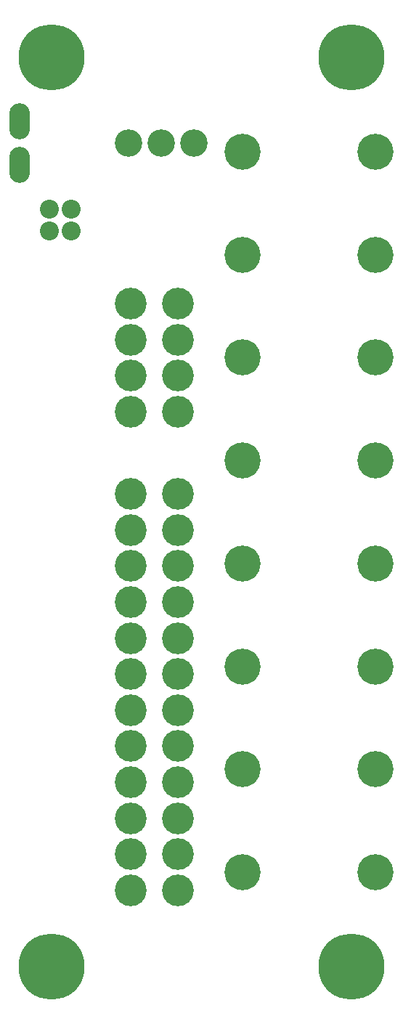
<source format=gbs>
G04*
G04 #@! TF.GenerationSoftware,Altium Limited,Altium Designer,21.2.2 (38)*
G04*
G04 Layer_Color=16711935*
%FSLAX25Y25*%
%MOIN*%
G70*
G04*
G04 #@! TF.SameCoordinates,2A2BD39F-598F-431D-80C8-0E329A30C52D*
G04*
G04*
G04 #@! TF.FilePolarity,Negative*
G04*
G01*
G75*
%ADD13C,0.14580*%
%ADD14O,0.09461X0.16548*%
%ADD15C,0.12611*%
%ADD16C,0.30328*%
%ADD17C,0.16548*%
%ADD18C,0.08674*%
D13*
X174213Y113779D02*
D03*
Y130315D02*
D03*
X195866Y113779D02*
D03*
Y130315D02*
D03*
X174213Y295669D02*
D03*
Y279134D02*
D03*
X195866Y295669D02*
D03*
Y279134D02*
D03*
X174213Y146850D02*
D03*
Y163386D02*
D03*
X195866Y146850D02*
D03*
Y163386D02*
D03*
X174213Y262598D02*
D03*
Y246063D02*
D03*
X195866Y262598D02*
D03*
Y246063D02*
D03*
X174213Y229528D02*
D03*
Y179921D02*
D03*
Y196457D02*
D03*
Y212992D02*
D03*
X195866Y179921D02*
D03*
Y229528D02*
D03*
Y212992D02*
D03*
Y196457D02*
D03*
Y350000D02*
D03*
Y366535D02*
D03*
Y383071D02*
D03*
Y333465D02*
D03*
X174213Y366535D02*
D03*
Y350000D02*
D03*
Y333465D02*
D03*
Y383071D02*
D03*
D14*
X123228Y446693D02*
D03*
Y466693D02*
D03*
D15*
X203228Y456693D02*
D03*
X188228D02*
D03*
X173228D02*
D03*
D16*
X137795Y78740D02*
D03*
X275590D02*
D03*
X137795Y496063D02*
D03*
X275590D02*
D03*
D17*
X286417Y452756D02*
D03*
X225394D02*
D03*
X286417Y405512D02*
D03*
X225394D02*
D03*
X286417Y358268D02*
D03*
X225394D02*
D03*
X286417Y311024D02*
D03*
X225394D02*
D03*
Y263779D02*
D03*
X286417D02*
D03*
X225394Y216535D02*
D03*
X286417D02*
D03*
X225394Y169291D02*
D03*
X286417D02*
D03*
X225394Y122047D02*
D03*
X286417D02*
D03*
D18*
X136732Y416260D02*
D03*
X146732D02*
D03*
Y426260D02*
D03*
X136732D02*
D03*
M02*

</source>
